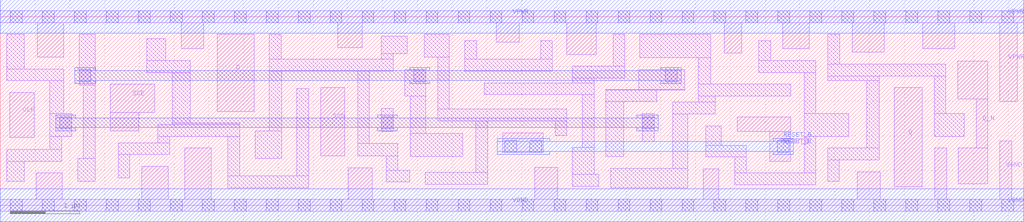
<source format=lef>
# Copyright 2020 The SkyWater PDK Authors
#
# Licensed under the Apache License, Version 2.0 (the "License");
# you may not use this file except in compliance with the License.
# You may obtain a copy of the License at
#
#     https://www.apache.org/licenses/LICENSE-2.0
#
# Unless required by applicable law or agreed to in writing, software
# distributed under the License is distributed on an "AS IS" BASIS,
# WITHOUT WARRANTIES OR CONDITIONS OF ANY KIND, either express or implied.
# See the License for the specific language governing permissions and
# limitations under the License.
#
# SPDX-License-Identifier: Apache-2.0

VERSION 5.7 ;
  NAMESCASESENSITIVE ON ;
  NOWIREEXTENSIONATPIN ON ;
  DIVIDERCHAR "/" ;
  BUSBITCHARS "[]" ;
UNITS
  DATABASE MICRONS 200 ;
END UNITS
PROPERTYDEFINITIONS
  MACRO maskLayoutSubType STRING ;
  MACRO prCellType STRING ;
  MACRO originalViewName STRING ;
END PROPERTYDEFINITIONS
MACRO sky130_fd_sc_hdll__sdfrbp_2
  CLASS CORE ;
  FOREIGN sky130_fd_sc_hdll__sdfrbp_2 ;
  ORIGIN  0.000000  0.000000 ;
  SIZE  14.72000 BY  2.720000 ;
  SYMMETRY X Y R90 ;
  SITE unithd ;
  PIN CLK
    ANTENNAGATEAREA  0.277500 ;
    DIRECTION INPUT ;
    USE SIGNAL ;
    PORT
      LAYER li1 ;
        RECT 0.140000 0.975000 0.490000 1.625000 ;
    END
  END CLK
  PIN D
    ANTENNAGATEAREA  0.160200 ;
    DIRECTION INPUT ;
    USE SIGNAL ;
    PORT
      LAYER li1 ;
        RECT 3.120000 1.355000 3.655000 2.465000 ;
    END
  END D
  PIN Q
    ANTENNADIFFAREA  0.564000 ;
    DIRECTION OUTPUT ;
    USE SIGNAL ;
    PORT
      LAYER li1 ;
        RECT 12.860000 0.265000 13.260000 1.695000 ;
    END
  END Q
  PIN Q_N
    ANTENNADIFFAREA  0.494750 ;
    DIRECTION OUTPUT ;
    USE SIGNAL ;
    PORT
      LAYER li1 ;
        RECT 13.770000 1.535000 14.205000 2.080000 ;
        RECT 13.780000 0.310000 14.205000 0.825000 ;
        RECT 14.035000 0.825000 14.205000 1.535000 ;
    END
  END Q_N
  PIN RESET_B
    ANTENNAGATEAREA  0.277200 ;
    DIRECTION INPUT ;
    USE SIGNAL ;
    PORT
      LAYER li1 ;
        RECT  7.230000 0.765000  7.810000 1.045000 ;
        RECT 10.600000 1.065000 11.370000 1.275000 ;
        RECT 11.065000 0.635000 11.370000 1.065000 ;
      LAYER mcon ;
        RECT  7.255000 0.765000  7.425000 0.935000 ;
        RECT  7.615000 0.765000  7.785000 0.935000 ;
        RECT 11.175000 0.765000 11.345000 0.935000 ;
      LAYER met1 ;
        RECT  7.145000 0.735000  7.900000 0.780000 ;
        RECT  7.145000 0.780000 11.405000 0.920000 ;
        RECT  7.145000 0.920000  7.900000 0.965000 ;
        RECT 11.115000 0.735000 11.405000 0.780000 ;
        RECT 11.115000 0.920000 11.405000 0.965000 ;
    END
  END RESET_B
  PIN SCD
    ANTENNAGATEAREA  0.172800 ;
    DIRECTION INPUT ;
    USE SIGNAL ;
    PORT
      LAYER li1 ;
        RECT 4.610000 0.710000 4.955000 1.700000 ;
    END
  END SCD
  PIN SCE
    ANTENNAGATEAREA  0.467400 ;
    DIRECTION INPUT ;
    USE SIGNAL ;
    PORT
      LAYER li1 ;
        RECT 1.585000 1.070000 1.990000 1.335000 ;
        RECT 1.585000 1.335000 2.220000 1.745000 ;
    END
  END SCE
  PIN VGND
    DIRECTION INOUT ;
    USE GROUND ;
    PORT
      LAYER li1 ;
        RECT  0.000000 -0.085000 14.720000 0.085000 ;
        RECT  0.515000  0.085000  0.895000 0.465000 ;
        RECT  2.035000  0.085000  2.415000 0.560000 ;
        RECT  2.655000  0.085000  3.035000 0.825000 ;
        RECT  5.005000  0.085000  5.350000 0.540000 ;
        RECT  7.690000  0.085000  8.020000 0.545000 ;
        RECT 10.110000  0.085000 10.330000 0.525000 ;
        RECT 12.325000  0.085000 12.655000 0.485000 ;
        RECT 13.440000  0.085000 13.610000 0.825000 ;
        RECT 14.375000  0.085000 14.545000 0.930000 ;
      LAYER mcon ;
        RECT  0.145000 -0.085000  0.315000 0.085000 ;
        RECT  0.605000 -0.085000  0.775000 0.085000 ;
        RECT  1.065000 -0.085000  1.235000 0.085000 ;
        RECT  1.525000 -0.085000  1.695000 0.085000 ;
        RECT  1.985000 -0.085000  2.155000 0.085000 ;
        RECT  2.445000 -0.085000  2.615000 0.085000 ;
        RECT  2.905000 -0.085000  3.075000 0.085000 ;
        RECT  3.365000 -0.085000  3.535000 0.085000 ;
        RECT  3.825000 -0.085000  3.995000 0.085000 ;
        RECT  4.285000 -0.085000  4.455000 0.085000 ;
        RECT  4.745000 -0.085000  4.915000 0.085000 ;
        RECT  5.205000 -0.085000  5.375000 0.085000 ;
        RECT  5.665000 -0.085000  5.835000 0.085000 ;
        RECT  6.125000 -0.085000  6.295000 0.085000 ;
        RECT  6.585000 -0.085000  6.755000 0.085000 ;
        RECT  7.045000 -0.085000  7.215000 0.085000 ;
        RECT  7.505000 -0.085000  7.675000 0.085000 ;
        RECT  7.965000 -0.085000  8.135000 0.085000 ;
        RECT  8.425000 -0.085000  8.595000 0.085000 ;
        RECT  8.885000 -0.085000  9.055000 0.085000 ;
        RECT  9.345000 -0.085000  9.515000 0.085000 ;
        RECT  9.805000 -0.085000  9.975000 0.085000 ;
        RECT 10.265000 -0.085000 10.435000 0.085000 ;
        RECT 10.725000 -0.085000 10.895000 0.085000 ;
        RECT 11.185000 -0.085000 11.355000 0.085000 ;
        RECT 11.645000 -0.085000 11.815000 0.085000 ;
        RECT 12.105000 -0.085000 12.275000 0.085000 ;
        RECT 12.565000 -0.085000 12.735000 0.085000 ;
        RECT 13.025000 -0.085000 13.195000 0.085000 ;
        RECT 13.485000 -0.085000 13.655000 0.085000 ;
        RECT 13.945000 -0.085000 14.115000 0.085000 ;
        RECT 14.405000 -0.085000 14.575000 0.085000 ;
      LAYER met1 ;
        RECT 0.000000 -0.240000 14.720000 0.240000 ;
    END
  END VGND
  PIN VPWR
    DIRECTION INOUT ;
    USE POWER ;
    PORT
      LAYER li1 ;
        RECT  0.000000 2.635000 14.720000 2.805000 ;
        RECT  0.530000 2.135000  0.910000 2.635000 ;
        RECT  2.600000 2.255000  2.930000 2.635000 ;
        RECT  4.855000 2.275000  5.205000 2.635000 ;
        RECT  7.135000 2.355000  7.465000 2.635000 ;
        RECT  8.150000 2.175000  8.570000 2.635000 ;
        RECT 10.415000 2.195000 10.665000 2.635000 ;
        RECT 11.255000 2.255000 11.635000 2.635000 ;
        RECT 12.255000 2.205000 12.715000 2.635000 ;
        RECT 13.270000 2.255000 13.725000 2.635000 ;
        RECT 14.375000 1.495000 14.625000 2.635000 ;
      LAYER mcon ;
        RECT  0.145000 2.635000  0.315000 2.805000 ;
        RECT  0.605000 2.635000  0.775000 2.805000 ;
        RECT  1.065000 2.635000  1.235000 2.805000 ;
        RECT  1.525000 2.635000  1.695000 2.805000 ;
        RECT  1.985000 2.635000  2.155000 2.805000 ;
        RECT  2.445000 2.635000  2.615000 2.805000 ;
        RECT  2.905000 2.635000  3.075000 2.805000 ;
        RECT  3.365000 2.635000  3.535000 2.805000 ;
        RECT  3.825000 2.635000  3.995000 2.805000 ;
        RECT  4.285000 2.635000  4.455000 2.805000 ;
        RECT  4.745000 2.635000  4.915000 2.805000 ;
        RECT  5.205000 2.635000  5.375000 2.805000 ;
        RECT  5.665000 2.635000  5.835000 2.805000 ;
        RECT  6.125000 2.635000  6.295000 2.805000 ;
        RECT  6.585000 2.635000  6.755000 2.805000 ;
        RECT  7.045000 2.635000  7.215000 2.805000 ;
        RECT  7.505000 2.635000  7.675000 2.805000 ;
        RECT  7.965000 2.635000  8.135000 2.805000 ;
        RECT  8.425000 2.635000  8.595000 2.805000 ;
        RECT  8.885000 2.635000  9.055000 2.805000 ;
        RECT  9.345000 2.635000  9.515000 2.805000 ;
        RECT  9.805000 2.635000  9.975000 2.805000 ;
        RECT 10.265000 2.635000 10.435000 2.805000 ;
        RECT 10.725000 2.635000 10.895000 2.805000 ;
        RECT 11.185000 2.635000 11.355000 2.805000 ;
        RECT 11.645000 2.635000 11.815000 2.805000 ;
        RECT 12.105000 2.635000 12.275000 2.805000 ;
        RECT 12.565000 2.635000 12.735000 2.805000 ;
        RECT 13.025000 2.635000 13.195000 2.805000 ;
        RECT 13.485000 2.635000 13.655000 2.805000 ;
        RECT 13.945000 2.635000 14.115000 2.805000 ;
        RECT 14.405000 2.635000 14.575000 2.805000 ;
      LAYER met1 ;
        RECT 0.000000 2.480000 14.720000 2.960000 ;
    END
  END VPWR
  OBS
    LAYER li1 ;
      RECT  0.090000 1.795000  0.915000 1.965000 ;
      RECT  0.090000 1.965000  0.345000 2.465000 ;
      RECT  0.095000 0.345000  0.345000 0.635000 ;
      RECT  0.095000 0.635000  0.885000 0.805000 ;
      RECT  0.710000 0.805000  0.885000 0.995000 ;
      RECT  0.710000 0.995000  1.025000 1.325000 ;
      RECT  0.710000 1.325000  0.915000 1.795000 ;
      RECT  1.115000 0.345000  1.365000 0.675000 ;
      RECT  1.135000 1.730000  1.365000 2.465000 ;
      RECT  1.195000 0.675000  1.365000 1.730000 ;
      RECT  1.695000 0.395000  1.865000 0.730000 ;
      RECT  1.695000 0.730000  2.435000 0.900000 ;
      RECT  2.110000 1.915000  2.730000 2.085000 ;
      RECT  2.110000 2.085000  2.380000 2.400000 ;
      RECT  2.265000 0.900000  2.435000 0.995000 ;
      RECT  2.265000 0.995000  3.445000 1.165000 ;
      RECT  2.475000 1.165000  3.445000 1.185000 ;
      RECT  2.475000 1.185000  2.730000 1.915000 ;
      RECT  3.275000 0.255000  4.435000 0.425000 ;
      RECT  3.275000 0.425000  3.445000 0.995000 ;
      RECT  3.665000 0.675000  4.045000 1.075000 ;
      RECT  3.870000 1.075000  4.045000 1.935000 ;
      RECT  3.870000 1.935000  5.650000 2.105000 ;
      RECT  3.870000 2.105000  4.040000 2.465000 ;
      RECT  4.265000 0.425000  4.435000 1.685000 ;
      RECT  5.140000 0.715000  5.720000 0.895000 ;
      RECT  5.140000 0.895000  5.310000 1.935000 ;
      RECT  5.480000 1.065000  5.650000 1.395000 ;
      RECT  5.480000 2.105000  5.650000 2.185000 ;
      RECT  5.480000 2.185000  5.850000 2.435000 ;
      RECT  5.550000 0.335000  5.890000 0.505000 ;
      RECT  5.550000 0.505000  5.720000 0.715000 ;
      RECT  5.820000 1.575000  6.120000 1.955000 ;
      RECT  5.900000 0.705000  6.650000 1.035000 ;
      RECT  5.900000 1.035000  6.120000 1.575000 ;
      RECT  6.095000 2.135000  6.460000 2.465000 ;
      RECT  6.110000 0.305000  7.010000 0.475000 ;
      RECT  6.290000 1.215000  8.150000 1.385000 ;
      RECT  6.290000 1.385000  6.460000 2.135000 ;
      RECT  6.680000 1.935000  7.940000 2.105000 ;
      RECT  6.680000 2.105000  6.850000 2.375000 ;
      RECT  6.840000 0.475000  7.010000 1.215000 ;
      RECT  6.960000 1.595000  8.540000 1.765000 ;
      RECT  7.770000 2.105000  7.940000 2.375000 ;
      RECT  7.980000 1.005000  8.150000 1.215000 ;
      RECT  8.230000 0.275000  8.610000 0.445000 ;
      RECT  8.230000 0.445000  8.540000 0.835000 ;
      RECT  8.230000 1.765000  8.540000 1.835000 ;
      RECT  8.230000 1.835000  8.985000 2.005000 ;
      RECT  8.370000 0.835000  8.540000 1.595000 ;
      RECT  8.710000 0.705000  8.970000 1.495000 ;
      RECT  8.710000 1.495000  9.445000 1.660000 ;
      RECT  8.710000 1.660000  9.845000 1.665000 ;
      RECT  8.780000 0.255000  9.890000 0.535000 ;
      RECT  8.815000 2.005000  8.985000 2.465000 ;
      RECT  9.185000 1.665000  9.845000 1.955000 ;
      RECT  9.195000 2.125000 10.215000 2.465000 ;
      RECT  9.235000 0.920000  9.405000 1.325000 ;
      RECT  9.670000 0.535000  9.890000 1.315000 ;
      RECT  9.670000 1.315000 10.285000 1.485000 ;
      RECT 10.040000 1.485000 10.285000 1.575000 ;
      RECT 10.040000 1.575000 11.370000 1.745000 ;
      RECT 10.040000 1.745000 10.215000 2.125000 ;
      RECT 10.150000 0.695000 10.730000 0.865000 ;
      RECT 10.150000 0.865000 10.370000 1.145000 ;
      RECT 10.560000 0.295000 11.730000 0.465000 ;
      RECT 10.560000 0.465000 10.730000 0.695000 ;
      RECT 10.910000 1.915000 11.730000 2.085000 ;
      RECT 10.910000 2.085000 11.080000 2.375000 ;
      RECT 11.560000 0.465000 11.730000 0.995000 ;
      RECT 11.560000 0.995000 12.205000 1.325000 ;
      RECT 11.560000 1.325000 11.730000 1.915000 ;
      RECT 11.900000 0.345000 12.070000 0.655000 ;
      RECT 11.900000 0.655000 12.640000 0.825000 ;
      RECT 11.900000 1.795000 12.640000 1.865000 ;
      RECT 11.900000 1.865000 13.600000 2.035000 ;
      RECT 11.900000 2.035000 12.075000 2.465000 ;
      RECT 12.465000 0.825000 12.640000 1.795000 ;
      RECT 13.430000 0.995000 13.865000 1.325000 ;
      RECT 13.430000 1.325000 13.600000 1.865000 ;
    LAYER mcon ;
      RECT 0.855000 1.105000 1.025000 1.275000 ;
      RECT 1.135000 1.785000 1.305000 1.955000 ;
      RECT 5.480000 1.105000 5.650000 1.275000 ;
      RECT 5.950000 1.785000 6.120000 1.955000 ;
      RECT 9.235000 1.105000 9.405000 1.275000 ;
      RECT 9.565000 1.785000 9.735000 1.955000 ;
    LAYER met1 ;
      RECT 0.795000 1.075000 1.085000 1.120000 ;
      RECT 0.795000 1.120000 9.465000 1.260000 ;
      RECT 0.795000 1.260000 1.085000 1.305000 ;
      RECT 1.070000 1.755000 1.370000 1.800000 ;
      RECT 1.070000 1.800000 9.795000 1.940000 ;
      RECT 1.070000 1.940000 1.370000 1.985000 ;
      RECT 5.420000 1.075000 5.710000 1.120000 ;
      RECT 5.420000 1.260000 5.710000 1.305000 ;
      RECT 5.890000 1.755000 6.180000 1.800000 ;
      RECT 5.890000 1.940000 6.180000 1.985000 ;
      RECT 9.155000 1.075000 9.465000 1.120000 ;
      RECT 9.155000 1.260000 9.465000 1.305000 ;
      RECT 9.500000 1.755000 9.795000 1.800000 ;
      RECT 9.500000 1.940000 9.795000 1.985000 ;
  END
  PROPERTY maskLayoutSubType "abstract" ;
  PROPERTY prCellType "standard" ;
  PROPERTY originalViewName "layout" ;
END sky130_fd_sc_hdll__sdfrbp_2

</source>
